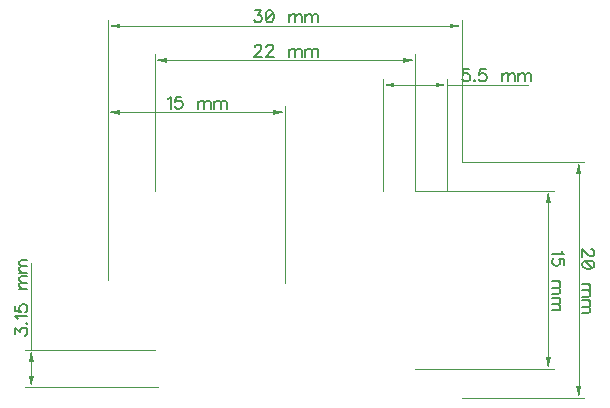
<source format=gbr>
G04 DipTrace 3.3.1.0*
G04 TopDimension.gbr*
%MOIN*%
G04 #@! TF.FileFunction,Drawing,Top*
G04 #@! TF.Part,Single*
%ADD13C,0.001378*%
%ADD30C,0.006176*%
%FSLAX26Y26*%
G04*
G70*
G90*
G75*
G01*
G04 TopDimension*
%LPD*%
X1574803Y1181102D2*
D13*
X1982136D1*
X1574803Y393701D2*
X1982136D1*
X1962451Y787402D2*
Y1141732D1*
G36*
Y1181102D2*
X1970325Y1141732D1*
X1954577D1*
X1962451Y1181102D1*
G37*
Y787402D2*
D13*
Y433071D1*
G36*
Y393701D2*
X1954577Y433071D1*
X1970325D1*
X1962451Y393701D1*
G37*
X393701Y1181102D2*
D13*
Y1653543D1*
X1574803Y1181102D2*
Y1653543D1*
X984252Y1633858D2*
X433071D1*
G36*
X393701D2*
X433071Y1641732D1*
Y1625984D1*
X393701Y1633858D1*
G37*
X984252D2*
D13*
X1535433D1*
G36*
X1574803D2*
X1535433Y1625984D1*
Y1641732D1*
X1574803Y1633858D1*
G37*
X1417323Y1082677D2*
D13*
X1881890D1*
X1417323Y492126D2*
X1881890D1*
X1862205Y787402D2*
Y1043307D1*
G36*
Y1082677D2*
X1870079Y1043307D1*
X1854331D1*
X1862205Y1082677D1*
G37*
Y787402D2*
D13*
Y531496D1*
G36*
Y492126D2*
X1854331Y531496D1*
X1870079D1*
X1862205Y492126D1*
G37*
X393701Y787402D2*
D13*
Y1366142D1*
X984252Y775591D2*
Y1366142D1*
X688976Y1346457D2*
X433071D1*
G36*
X393701D2*
X433071Y1354331D1*
Y1338583D1*
X393701Y1346457D1*
G37*
X688976D2*
D13*
X944882D1*
G36*
X984252D2*
X944882Y1338583D1*
Y1354331D1*
X984252Y1346457D1*
G37*
X1309055Y1082677D2*
D13*
Y1456693D1*
X1525591Y1082677D2*
Y1456693D1*
X1417323Y1437008D2*
X1348425D1*
G36*
X1309055D2*
X1348425Y1444882D1*
Y1429134D1*
X1309055Y1437008D1*
G37*
X1417323D2*
D13*
X1486220D1*
G36*
X1525591D2*
X1486220Y1429134D1*
Y1444882D1*
X1525591Y1437008D1*
G37*
X1794958D2*
D13*
X1525591D1*
X551181Y553150D2*
X118110D1*
X559055Y429134D2*
X118110D1*
X137795Y491142D2*
Y513780D1*
G36*
Y553150D2*
X145669Y513780D1*
X129921D1*
X137795Y553150D1*
G37*
Y491142D2*
D13*
Y468504D1*
G36*
Y429134D2*
X129921Y468504D1*
X145669D1*
X137795Y429134D1*
G37*
Y844463D2*
D13*
Y553150D1*
X551181Y1082677D2*
Y1539370D1*
X1417323Y1082677D2*
Y1539370D1*
X984252Y1519685D2*
X590551D1*
G36*
X551181D2*
X590551Y1527559D1*
Y1511811D1*
X551181Y1519685D1*
G37*
X984252D2*
D13*
X1377953D1*
G36*
X1417323D2*
X1377953Y1511811D1*
Y1527559D1*
X1417323Y1519685D1*
G37*
X2005259Y889268D2*
D30*
X2007161D1*
X2011007Y887367D1*
X2012909Y885465D1*
X2014810Y881619D1*
Y873969D1*
X2012909Y870167D1*
X2011007Y868265D1*
X2007161Y866320D1*
X2003358D1*
X1999511Y868265D1*
X1993808Y872068D1*
X1974662Y891213D1*
Y864419D1*
X2014810Y840571D2*
X2012909Y846319D1*
X2007161Y850166D1*
X1997610Y852067D1*
X1991862D1*
X1982312Y850166D1*
X1976563Y846319D1*
X1974662Y840571D1*
Y836769D1*
X1976563Y831021D1*
X1982312Y827218D1*
X1991862Y825273D1*
X1997610D1*
X2007161Y827218D1*
X2012909Y831021D1*
X2014810Y836769D1*
Y840571D1*
X2007161Y827218D2*
X1982312Y850166D1*
X2001457Y774040D2*
X1974662D1*
X1993808D2*
X1999556Y768292D1*
X2001457Y764446D1*
Y758742D1*
X1999556Y754895D1*
X1993808Y752994D1*
X1974662D1*
X1993808D2*
X1999556Y747246D1*
X2001457Y743399D1*
Y737695D1*
X1999556Y733848D1*
X1993808Y731903D1*
X1974662D1*
X2001457Y719552D2*
X1974662D1*
X1993808D2*
X1999556Y713804D1*
X2001457Y709957D1*
Y704253D1*
X1999556Y700406D1*
X1993808Y698505D1*
X1974662D1*
X1993808D2*
X1999556Y692757D1*
X2001457Y688910D1*
Y683206D1*
X1999556Y679360D1*
X1993808Y677414D1*
X1974662D1*
X884287Y1686217D2*
X905289D1*
X893838Y1670918D1*
X899586D1*
X903388Y1669017D1*
X905289Y1667116D1*
X907235Y1661368D1*
Y1657565D1*
X905289Y1651817D1*
X901487Y1647970D1*
X895739Y1646069D1*
X889991D1*
X884287Y1647970D1*
X882386Y1649916D1*
X880440Y1653718D1*
X931082Y1686217D2*
X925334Y1684316D1*
X921488Y1678568D1*
X919586Y1669017D1*
Y1663269D1*
X921488Y1653718D1*
X925334Y1647970D1*
X931082Y1646069D1*
X934885D1*
X940633Y1647970D1*
X944435Y1653718D1*
X946381Y1663269D1*
Y1669017D1*
X944435Y1678568D1*
X940633Y1684316D1*
X934885Y1686217D1*
X931082D1*
X944435Y1678568D2*
X921488Y1653718D1*
X997613Y1672864D2*
Y1646069D1*
Y1665214D2*
X1003361Y1670962D1*
X1007208Y1672864D1*
X1012912D1*
X1016758Y1670962D1*
X1018660Y1665214D1*
Y1646069D1*
Y1665214D2*
X1024408Y1670962D1*
X1028255Y1672864D1*
X1033958D1*
X1037805Y1670962D1*
X1039751Y1665214D1*
Y1646069D1*
X1052102Y1672864D2*
Y1646069D1*
Y1665214D2*
X1057850Y1670962D1*
X1061697Y1672864D1*
X1067401D1*
X1071247Y1670962D1*
X1073149Y1665214D1*
Y1646069D1*
Y1665214D2*
X1078897Y1670962D1*
X1082743Y1672864D1*
X1088447D1*
X1092294Y1670962D1*
X1094239Y1665214D1*
Y1646069D1*
X1906914Y882613D2*
X1908859Y878767D1*
X1914563Y873019D1*
X1874415D1*
X1914563Y837719D2*
Y856820D1*
X1897363Y858722D1*
X1899265Y856820D1*
X1901210Y851072D1*
Y845369D1*
X1899265Y839621D1*
X1895462Y835774D1*
X1889714Y833873D1*
X1885912D1*
X1880164Y835774D1*
X1876317Y839621D1*
X1874415Y845369D1*
Y851072D1*
X1876317Y856820D1*
X1878262Y858722D1*
X1882065Y860667D1*
X1901210Y782640D2*
X1874415D1*
X1893561D2*
X1899309Y776892D1*
X1901210Y773046D1*
Y767342D1*
X1899309Y763495D1*
X1893561Y761594D1*
X1874415D1*
X1893561D2*
X1899309Y755846D1*
X1901210Y751999D1*
Y746295D1*
X1899309Y742448D1*
X1893561Y740503D1*
X1874415D1*
X1901210Y728152D2*
X1874415D1*
X1893561D2*
X1899309Y722403D1*
X1901210Y718557D1*
Y712853D1*
X1899309Y709006D1*
X1893561Y707105D1*
X1874415D1*
X1893561D2*
X1899309Y701357D1*
X1901210Y697510D1*
Y691806D1*
X1899309Y687960D1*
X1893561Y686014D1*
X1874415D1*
X593765Y1391166D2*
X597611Y1393111D1*
X603359Y1398815D1*
Y1358667D1*
X638659Y1398815D2*
X619557D1*
X617656Y1381615D1*
X619557Y1383517D1*
X625306Y1385462D1*
X631009D1*
X636757Y1383517D1*
X640604Y1379714D1*
X642505Y1373966D1*
Y1370164D1*
X640604Y1364415D1*
X636757Y1360569D1*
X631009Y1358667D1*
X625306D1*
X619557Y1360569D1*
X617656Y1362514D1*
X615711Y1366317D1*
X693738Y1385462D2*
Y1358667D1*
Y1377813D2*
X699486Y1383561D1*
X703332Y1385462D1*
X709036D1*
X712883Y1383561D1*
X714784Y1377813D1*
Y1358667D1*
Y1377813D2*
X720532Y1383561D1*
X724379Y1385462D1*
X730083D1*
X733930Y1383561D1*
X735875Y1377813D1*
Y1358667D1*
X748226Y1385462D2*
Y1358667D1*
Y1377813D2*
X753974Y1383561D1*
X757821Y1385462D1*
X763525D1*
X767372Y1383561D1*
X769273Y1377813D1*
Y1358667D1*
Y1377813D2*
X775021Y1383561D1*
X778868Y1385462D1*
X784572D1*
X788418Y1383561D1*
X790364Y1377813D1*
Y1358667D1*
X1597172Y1489366D2*
X1578071D1*
X1576170Y1472167D1*
X1578071Y1474068D1*
X1583819Y1476013D1*
X1589523D1*
X1595271Y1474068D1*
X1599118Y1470265D1*
X1601019Y1464517D1*
Y1460715D1*
X1599118Y1454967D1*
X1595271Y1451120D1*
X1589523Y1449219D1*
X1583819D1*
X1578071Y1451120D1*
X1576170Y1453065D1*
X1574224Y1456868D1*
X1615272Y1453065D2*
X1613370Y1451120D1*
X1615272Y1449219D1*
X1617217Y1451120D1*
X1615272Y1453065D1*
X1652516Y1489366D2*
X1633415D1*
X1631514Y1472167D1*
X1633415Y1474068D1*
X1639163Y1476013D1*
X1644867D1*
X1650615Y1474068D1*
X1654462Y1470265D1*
X1656363Y1464517D1*
Y1460715D1*
X1654462Y1454967D1*
X1650615Y1451120D1*
X1644867Y1449219D1*
X1639163D1*
X1633415Y1451120D1*
X1631514Y1453065D1*
X1629568Y1456868D1*
X1707595Y1476013D2*
Y1449219D1*
Y1468364D2*
X1713343Y1474112D1*
X1717190Y1476013D1*
X1722894D1*
X1726741Y1474112D1*
X1728642Y1468364D1*
Y1449219D1*
Y1468364D2*
X1734390Y1474112D1*
X1738237Y1476013D1*
X1743940D1*
X1747787Y1474112D1*
X1749733Y1468364D1*
Y1449219D1*
X1762084Y1476013D2*
Y1449219D1*
Y1468364D2*
X1767832Y1474112D1*
X1771679Y1476013D1*
X1777383D1*
X1781229Y1474112D1*
X1783131Y1468364D1*
Y1449219D1*
Y1468364D2*
X1788879Y1474112D1*
X1792726Y1476013D1*
X1798429D1*
X1802276Y1474112D1*
X1804222Y1468364D1*
Y1449219D1*
X85437Y605630D2*
Y626632D1*
X100735Y615181D1*
Y620929D1*
X102637Y624731D1*
X104538Y626632D1*
X110286Y628578D1*
X114088D1*
X119836Y626632D1*
X123683Y622830D1*
X125585Y617082D1*
Y611334D1*
X123683Y605630D1*
X121738Y603729D1*
X117935Y601783D1*
X121738Y642831D2*
X123683Y640929D1*
X125585Y642831D1*
X123683Y644776D1*
X121738Y642831D1*
X93086Y657127D2*
X91141Y660974D1*
X85437Y666722D1*
X125585D1*
X85437Y702022D2*
Y682920D1*
X102637Y681019D1*
X100735Y682920D1*
X98790Y688668D1*
Y694372D1*
X100735Y700120D1*
X104538Y703967D1*
X110286Y705868D1*
X114088D1*
X119836Y703967D1*
X123683Y700120D1*
X125585Y694372D1*
Y688668D1*
X123683Y682920D1*
X121738Y681019D1*
X117935Y679074D1*
X98790Y757100D2*
X125585D1*
X106439D2*
X100691Y762849D1*
X98790Y766695D1*
Y772399D1*
X100691Y776246D1*
X106439Y778147D1*
X125585D1*
X106439D2*
X100691Y783895D1*
X98790Y787742D1*
Y793446D1*
X100691Y797292D1*
X106439Y799238D1*
X125585D1*
X98790Y811589D2*
X125585D1*
X106439D2*
X100691Y817337D1*
X98790Y821184D1*
Y826888D1*
X100691Y830735D1*
X106439Y832636D1*
X125585D1*
X106439D2*
X100691Y838384D1*
X98790Y842231D1*
Y847935D1*
X100691Y851781D1*
X106439Y853727D1*
X125585D1*
X882386Y1562493D2*
Y1564394D1*
X884287Y1568241D1*
X886188Y1570142D1*
X890035Y1572044D1*
X897684D1*
X901487Y1570142D1*
X903388Y1568241D1*
X905334Y1564394D1*
Y1560592D1*
X903388Y1556745D1*
X899586Y1551041D1*
X880440Y1531896D1*
X907235D1*
X921532Y1562493D2*
Y1564394D1*
X923433Y1568241D1*
X925334Y1570142D1*
X929181Y1572044D1*
X936830D1*
X940633Y1570142D1*
X942534Y1568241D1*
X944480Y1564394D1*
Y1560592D1*
X942534Y1556745D1*
X938732Y1551041D1*
X919586Y1531896D1*
X946381D1*
X997613Y1558690D2*
Y1531896D1*
Y1551041D2*
X1003361Y1556789D1*
X1007208Y1558690D1*
X1012912D1*
X1016758Y1556789D1*
X1018660Y1551041D1*
Y1531896D1*
Y1551041D2*
X1024408Y1556789D1*
X1028255Y1558690D1*
X1033958D1*
X1037805Y1556789D1*
X1039751Y1551041D1*
Y1531896D1*
X1052102Y1558690D2*
Y1531896D1*
Y1551041D2*
X1057850Y1556789D1*
X1061697Y1558690D1*
X1067401D1*
X1071247Y1556789D1*
X1073149Y1551041D1*
Y1531896D1*
Y1551041D2*
X1078897Y1556789D1*
X1082743Y1558690D1*
X1088447D1*
X1092294Y1556789D1*
X1094239Y1551041D1*
Y1531896D1*
M02*

</source>
